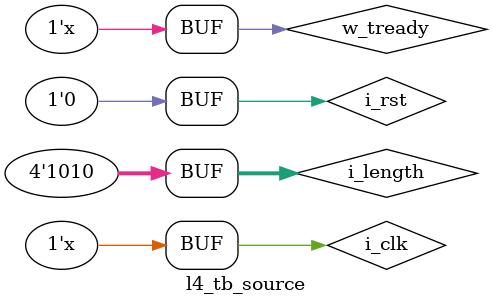
<source format=sv>
`timescale 1ns / 1ps
/*interface if_axis #(parameter int N = 1) ();
	
	localparam W = 8 * N; // tdata bit width (N - number of BYTES)
	
	logic         tready;
	logic         tvalid;
	logic         tlast ;
	logic [W-1:0] tdata ;
	
	modport m(input tready, output tvalid, tlast, tdata);
endinterface*/

module l4_tb_source#(
    parameter int G_BYT = 1,             
    parameter int G_BIT_WIDTH = 8 * G_BYT,
    parameter int G_DATA_MAX = 10, //Size of data pack
    parameter int G_CNT_WIDTH = ($ceil($clog2(G_DATA_MAX+1)))
    );
    
    localparam T_CLK = 1;
    
    bit i_clk = '0;
    bit i_rst = '0;
    logic i_src_tready = '0;
    logic w_tready = '0;
    
    logic [G_CNT_WIDTH-1:0] i_length = '0;
    
    l4_source #(
        .G_DATA_MAX (G_DATA_MAX)
    ) UUT_1 (
        .i_src_tready (i_src_tready),
        .i_clk  (i_clk),
        .i_rst  (i_rst  ),
        .i_length (i_length)
        //.m_axis(m_axis)
    );
    
    always#(T_CLK) i_clk = ~i_clk;
    always#(T_CLK*10) w_tready = ~w_tready; // Problem? check if work

    // maybe? always#(T_CLK*10) m_axis.tready = ~m_axis.tready;

    always_ff @(posedge i_clk)
        // m_axis.tready <= w_tready;
        i_src_tready <= w_tready;

    initial begin
//        m_axis.tready <= '0;
//        i_rst = '1;
//        #(T_CLK*10)
//        i_rst = '0;
        #(T_CLK * 20)
        i_length <= G_DATA_MAX; // G_DATA_MAX need to be equal or bigger than i_length
        
        /*#(T_CLK * 20)
        i_length <= 0;
        
        #(T_CLK * 20)
        i_length <= 30;
        
        #(T_CLK * 20)
        i_length <= 0;
        
        #(T_CLK * 20)
        i_length <= 10;
        
        #(T_CLK * 20)
        i_length <= 0;*/
    end

endmodule

</source>
